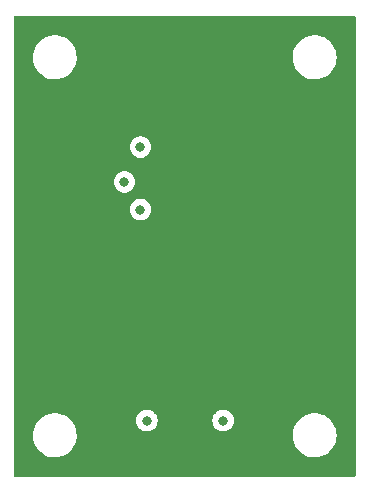
<source format=gbr>
%TF.GenerationSoftware,KiCad,Pcbnew,(6.0.0)*%
%TF.CreationDate,2022-01-16T13:33:15+00:00*%
%TF.ProjectId,Relay_RF,52656c61-795f-4524-962e-6b696361645f,rev?*%
%TF.SameCoordinates,Original*%
%TF.FileFunction,Copper,L2,Inr*%
%TF.FilePolarity,Positive*%
%FSLAX46Y46*%
G04 Gerber Fmt 4.6, Leading zero omitted, Abs format (unit mm)*
G04 Created by KiCad (PCBNEW (6.0.0)) date 2022-01-16 13:33:15*
%MOMM*%
%LPD*%
G01*
G04 APERTURE LIST*
%TA.AperFunction,ViaPad*%
%ADD10C,0.800000*%
%TD*%
G04 APERTURE END LIST*
D10*
%TO.N,GND*%
X123650000Y-117750000D03*
X127400000Y-109100000D03*
X119000000Y-126350000D03*
X101100000Y-124800000D03*
X116500000Y-118650000D03*
X124450000Y-112350000D03*
X120800000Y-122400000D03*
X124700000Y-125800000D03*
X116500000Y-120250000D03*
X104150000Y-124850000D03*
X113300000Y-128250000D03*
X113300000Y-131450000D03*
X116500000Y-123450000D03*
X107100000Y-119100000D03*
X116500000Y-129850000D03*
X128850000Y-131750000D03*
X116500000Y-125050000D03*
X104200000Y-115500000D03*
X106800000Y-123550000D03*
X128850000Y-122400000D03*
X127450000Y-131700000D03*
X123150000Y-113000000D03*
X106000000Y-121300000D03*
X113300000Y-123450000D03*
X116500000Y-121850000D03*
X113300000Y-129850000D03*
X108800000Y-120950000D03*
X122300000Y-129400000D03*
X122100000Y-113900000D03*
X123350000Y-119100000D03*
X104850000Y-118750000D03*
X114900000Y-123450000D03*
X104850000Y-117200000D03*
X114900000Y-121850000D03*
X123150000Y-128450000D03*
X113300000Y-125050000D03*
X127400000Y-118400000D03*
X116500000Y-126650000D03*
X114900000Y-118650000D03*
X121350000Y-115250000D03*
X125900000Y-122400000D03*
X116500000Y-131450000D03*
X114900000Y-120250000D03*
X113300000Y-121850000D03*
X114900000Y-125050000D03*
X102600000Y-124850000D03*
X122150000Y-126300000D03*
X124450000Y-110450000D03*
X114900000Y-131450000D03*
X107200000Y-124800000D03*
X102650000Y-115500000D03*
X124750000Y-124250000D03*
X128850000Y-109100000D03*
X124750000Y-129950000D03*
X109050000Y-122250000D03*
X121000000Y-127350000D03*
X125900000Y-131750000D03*
X128850000Y-118350000D03*
X123650000Y-116250000D03*
X106650000Y-122250000D03*
X125900000Y-109100000D03*
X108000000Y-125700000D03*
X123400000Y-125850000D03*
X113300000Y-126650000D03*
X127450000Y-122400000D03*
X109200000Y-126200000D03*
X108050000Y-119850000D03*
X114900000Y-129850000D03*
X124750000Y-128250000D03*
X101050000Y-115500000D03*
X118900000Y-107000000D03*
X113300000Y-120250000D03*
X121600000Y-121200000D03*
X114900000Y-126650000D03*
X121300000Y-116700000D03*
X113300000Y-118650000D03*
X120950000Y-130000000D03*
X116500000Y-128250000D03*
X109150000Y-123550000D03*
X119000000Y-123600000D03*
X104850000Y-121250000D03*
X114900000Y-128250000D03*
X122600000Y-120250000D03*
X121000000Y-118300000D03*
X106050000Y-118800000D03*
X124500000Y-115200000D03*
X104850000Y-122750000D03*
X125900000Y-118400000D03*
%TO.N,Net-(C1-Pad1)*%
X111250000Y-116900000D03*
X118250000Y-134750000D03*
X111250000Y-111600000D03*
%TO.N,Net-(D1-Pad1)*%
X111800000Y-134750000D03*
X109900000Y-114550000D03*
%TD*%
%TA.AperFunction,Conductor*%
%TO.N,GND*%
G36*
X129434121Y-100528002D02*
G01*
X129480614Y-100581658D01*
X129492000Y-100634000D01*
X129492000Y-139366000D01*
X129471998Y-139434121D01*
X129418342Y-139480614D01*
X129366000Y-139492000D01*
X100634000Y-139492000D01*
X100565879Y-139471998D01*
X100519386Y-139418342D01*
X100508000Y-139366000D01*
X100508000Y-136042277D01*
X102137009Y-136042277D01*
X102162625Y-136310769D01*
X102163710Y-136315203D01*
X102163711Y-136315209D01*
X102225645Y-136568312D01*
X102226731Y-136572750D01*
X102327985Y-136822733D01*
X102464265Y-137055482D01*
X102467118Y-137059049D01*
X102584686Y-137206060D01*
X102632716Y-137266119D01*
X102829809Y-137450234D01*
X103051416Y-137603968D01*
X103055499Y-137605999D01*
X103055502Y-137606001D01*
X103171013Y-137663466D01*
X103292894Y-137724101D01*
X103297228Y-137725522D01*
X103297231Y-137725523D01*
X103544853Y-137806698D01*
X103544859Y-137806699D01*
X103549186Y-137808118D01*
X103553677Y-137808898D01*
X103553678Y-137808898D01*
X103811140Y-137853601D01*
X103811148Y-137853602D01*
X103814921Y-137854257D01*
X103818758Y-137854448D01*
X103898578Y-137858422D01*
X103898586Y-137858422D01*
X103900149Y-137858500D01*
X104068512Y-137858500D01*
X104070780Y-137858335D01*
X104070792Y-137858335D01*
X104201884Y-137848823D01*
X104269004Y-137843953D01*
X104273459Y-137842969D01*
X104273462Y-137842969D01*
X104527912Y-137786791D01*
X104527916Y-137786790D01*
X104532372Y-137785806D01*
X104658480Y-137738028D01*
X104780318Y-137691868D01*
X104780321Y-137691867D01*
X104784588Y-137690250D01*
X105020368Y-137559286D01*
X105234773Y-137395657D01*
X105423312Y-137202792D01*
X105582034Y-136984730D01*
X105665190Y-136826676D01*
X105705490Y-136750079D01*
X105705493Y-136750073D01*
X105707615Y-136746039D01*
X105770378Y-136568312D01*
X105795902Y-136496033D01*
X105795902Y-136496032D01*
X105797425Y-136491720D01*
X105849581Y-136227100D01*
X105858782Y-136042277D01*
X124137009Y-136042277D01*
X124162625Y-136310769D01*
X124163710Y-136315203D01*
X124163711Y-136315209D01*
X124225645Y-136568312D01*
X124226731Y-136572750D01*
X124327985Y-136822733D01*
X124464265Y-137055482D01*
X124467118Y-137059049D01*
X124584686Y-137206060D01*
X124632716Y-137266119D01*
X124829809Y-137450234D01*
X125051416Y-137603968D01*
X125055499Y-137605999D01*
X125055502Y-137606001D01*
X125171013Y-137663466D01*
X125292894Y-137724101D01*
X125297228Y-137725522D01*
X125297231Y-137725523D01*
X125544853Y-137806698D01*
X125544859Y-137806699D01*
X125549186Y-137808118D01*
X125553677Y-137808898D01*
X125553678Y-137808898D01*
X125811140Y-137853601D01*
X125811148Y-137853602D01*
X125814921Y-137854257D01*
X125818758Y-137854448D01*
X125898578Y-137858422D01*
X125898586Y-137858422D01*
X125900149Y-137858500D01*
X126068512Y-137858500D01*
X126070780Y-137858335D01*
X126070792Y-137858335D01*
X126201884Y-137848823D01*
X126269004Y-137843953D01*
X126273459Y-137842969D01*
X126273462Y-137842969D01*
X126527912Y-137786791D01*
X126527916Y-137786790D01*
X126532372Y-137785806D01*
X126658480Y-137738028D01*
X126780318Y-137691868D01*
X126780321Y-137691867D01*
X126784588Y-137690250D01*
X127020368Y-137559286D01*
X127234773Y-137395657D01*
X127423312Y-137202792D01*
X127582034Y-136984730D01*
X127665190Y-136826676D01*
X127705490Y-136750079D01*
X127705493Y-136750073D01*
X127707615Y-136746039D01*
X127770378Y-136568312D01*
X127795902Y-136496033D01*
X127795902Y-136496032D01*
X127797425Y-136491720D01*
X127849581Y-136227100D01*
X127858782Y-136042277D01*
X127862764Y-135962292D01*
X127862764Y-135962286D01*
X127862991Y-135957723D01*
X127837375Y-135689231D01*
X127829856Y-135658500D01*
X127774355Y-135431688D01*
X127773269Y-135427250D01*
X127672015Y-135177267D01*
X127535735Y-134944518D01*
X127417928Y-134797208D01*
X127370136Y-134737447D01*
X127370135Y-134737445D01*
X127367284Y-134733881D01*
X127170191Y-134549766D01*
X126948584Y-134396032D01*
X126944501Y-134394001D01*
X126944498Y-134393999D01*
X126779606Y-134311967D01*
X126707106Y-134275899D01*
X126702772Y-134274478D01*
X126702769Y-134274477D01*
X126455147Y-134193302D01*
X126455141Y-134193301D01*
X126450814Y-134191882D01*
X126446322Y-134191102D01*
X126188860Y-134146399D01*
X126188852Y-134146398D01*
X126185079Y-134145743D01*
X126173817Y-134145182D01*
X126101422Y-134141578D01*
X126101414Y-134141578D01*
X126099851Y-134141500D01*
X125931488Y-134141500D01*
X125929220Y-134141665D01*
X125929208Y-134141665D01*
X125798116Y-134151177D01*
X125730996Y-134156047D01*
X125726541Y-134157031D01*
X125726538Y-134157031D01*
X125472088Y-134213209D01*
X125472084Y-134213210D01*
X125467628Y-134214194D01*
X125341520Y-134261972D01*
X125219682Y-134308132D01*
X125219679Y-134308133D01*
X125215412Y-134309750D01*
X124979632Y-134440714D01*
X124765227Y-134604343D01*
X124576688Y-134797208D01*
X124417966Y-135015270D01*
X124415844Y-135019304D01*
X124294510Y-135249921D01*
X124294507Y-135249927D01*
X124292385Y-135253961D01*
X124290865Y-135258266D01*
X124290863Y-135258270D01*
X124229248Y-135432749D01*
X124202575Y-135508280D01*
X124150419Y-135772900D01*
X124150192Y-135777453D01*
X124150192Y-135777456D01*
X124140991Y-135962292D01*
X124137009Y-136042277D01*
X105858782Y-136042277D01*
X105862764Y-135962292D01*
X105862764Y-135962286D01*
X105862991Y-135957723D01*
X105837375Y-135689231D01*
X105829856Y-135658500D01*
X105774355Y-135431688D01*
X105773269Y-135427250D01*
X105672015Y-135177267D01*
X105535735Y-134944518D01*
X105417928Y-134797208D01*
X105380175Y-134750000D01*
X110886496Y-134750000D01*
X110906458Y-134939928D01*
X110965473Y-135121556D01*
X111060960Y-135286944D01*
X111188747Y-135428866D01*
X111287843Y-135500864D01*
X111298051Y-135508280D01*
X111343248Y-135541118D01*
X111349276Y-135543802D01*
X111349278Y-135543803D01*
X111511681Y-135616109D01*
X111517712Y-135618794D01*
X111611112Y-135638647D01*
X111698056Y-135657128D01*
X111698061Y-135657128D01*
X111704513Y-135658500D01*
X111895487Y-135658500D01*
X111901939Y-135657128D01*
X111901944Y-135657128D01*
X111988888Y-135638647D01*
X112082288Y-135618794D01*
X112088319Y-135616109D01*
X112250722Y-135543803D01*
X112250724Y-135543802D01*
X112256752Y-135541118D01*
X112301950Y-135508280D01*
X112312157Y-135500864D01*
X112411253Y-135428866D01*
X112539040Y-135286944D01*
X112634527Y-135121556D01*
X112693542Y-134939928D01*
X112713504Y-134750000D01*
X117336496Y-134750000D01*
X117356458Y-134939928D01*
X117415473Y-135121556D01*
X117510960Y-135286944D01*
X117638747Y-135428866D01*
X117737843Y-135500864D01*
X117748051Y-135508280D01*
X117793248Y-135541118D01*
X117799276Y-135543802D01*
X117799278Y-135543803D01*
X117961681Y-135616109D01*
X117967712Y-135618794D01*
X118061112Y-135638647D01*
X118148056Y-135657128D01*
X118148061Y-135657128D01*
X118154513Y-135658500D01*
X118345487Y-135658500D01*
X118351939Y-135657128D01*
X118351944Y-135657128D01*
X118438888Y-135638647D01*
X118532288Y-135618794D01*
X118538319Y-135616109D01*
X118700722Y-135543803D01*
X118700724Y-135543802D01*
X118706752Y-135541118D01*
X118751950Y-135508280D01*
X118762157Y-135500864D01*
X118861253Y-135428866D01*
X118989040Y-135286944D01*
X119084527Y-135121556D01*
X119143542Y-134939928D01*
X119163504Y-134750000D01*
X119161482Y-134730760D01*
X119144232Y-134566635D01*
X119144232Y-134566633D01*
X119143542Y-134560072D01*
X119084527Y-134378444D01*
X118989040Y-134213056D01*
X118971254Y-134193302D01*
X118865675Y-134076045D01*
X118865674Y-134076044D01*
X118861253Y-134071134D01*
X118706752Y-133958882D01*
X118700724Y-133956198D01*
X118700722Y-133956197D01*
X118538319Y-133883891D01*
X118538318Y-133883891D01*
X118532288Y-133881206D01*
X118438888Y-133861353D01*
X118351944Y-133842872D01*
X118351939Y-133842872D01*
X118345487Y-133841500D01*
X118154513Y-133841500D01*
X118148061Y-133842872D01*
X118148056Y-133842872D01*
X118061112Y-133861353D01*
X117967712Y-133881206D01*
X117961682Y-133883891D01*
X117961681Y-133883891D01*
X117799278Y-133956197D01*
X117799276Y-133956198D01*
X117793248Y-133958882D01*
X117638747Y-134071134D01*
X117634326Y-134076044D01*
X117634325Y-134076045D01*
X117528747Y-134193302D01*
X117510960Y-134213056D01*
X117415473Y-134378444D01*
X117356458Y-134560072D01*
X117355768Y-134566633D01*
X117355768Y-134566635D01*
X117338518Y-134730760D01*
X117336496Y-134750000D01*
X112713504Y-134750000D01*
X112711482Y-134730760D01*
X112694232Y-134566635D01*
X112694232Y-134566633D01*
X112693542Y-134560072D01*
X112634527Y-134378444D01*
X112539040Y-134213056D01*
X112521254Y-134193302D01*
X112415675Y-134076045D01*
X112415674Y-134076044D01*
X112411253Y-134071134D01*
X112256752Y-133958882D01*
X112250724Y-133956198D01*
X112250722Y-133956197D01*
X112088319Y-133883891D01*
X112088318Y-133883891D01*
X112082288Y-133881206D01*
X111988888Y-133861353D01*
X111901944Y-133842872D01*
X111901939Y-133842872D01*
X111895487Y-133841500D01*
X111704513Y-133841500D01*
X111698061Y-133842872D01*
X111698056Y-133842872D01*
X111611112Y-133861353D01*
X111517712Y-133881206D01*
X111511682Y-133883891D01*
X111511681Y-133883891D01*
X111349278Y-133956197D01*
X111349276Y-133956198D01*
X111343248Y-133958882D01*
X111188747Y-134071134D01*
X111184326Y-134076044D01*
X111184325Y-134076045D01*
X111078747Y-134193302D01*
X111060960Y-134213056D01*
X110965473Y-134378444D01*
X110906458Y-134560072D01*
X110905768Y-134566633D01*
X110905768Y-134566635D01*
X110888518Y-134730760D01*
X110886496Y-134750000D01*
X105380175Y-134750000D01*
X105370136Y-134737447D01*
X105370135Y-134737445D01*
X105367284Y-134733881D01*
X105170191Y-134549766D01*
X104948584Y-134396032D01*
X104944501Y-134394001D01*
X104944498Y-134393999D01*
X104779606Y-134311967D01*
X104707106Y-134275899D01*
X104702772Y-134274478D01*
X104702769Y-134274477D01*
X104455147Y-134193302D01*
X104455141Y-134193301D01*
X104450814Y-134191882D01*
X104446322Y-134191102D01*
X104188860Y-134146399D01*
X104188852Y-134146398D01*
X104185079Y-134145743D01*
X104173817Y-134145182D01*
X104101422Y-134141578D01*
X104101414Y-134141578D01*
X104099851Y-134141500D01*
X103931488Y-134141500D01*
X103929220Y-134141665D01*
X103929208Y-134141665D01*
X103798116Y-134151177D01*
X103730996Y-134156047D01*
X103726541Y-134157031D01*
X103726538Y-134157031D01*
X103472088Y-134213209D01*
X103472084Y-134213210D01*
X103467628Y-134214194D01*
X103341520Y-134261972D01*
X103219682Y-134308132D01*
X103219679Y-134308133D01*
X103215412Y-134309750D01*
X102979632Y-134440714D01*
X102765227Y-134604343D01*
X102576688Y-134797208D01*
X102417966Y-135015270D01*
X102415844Y-135019304D01*
X102294510Y-135249921D01*
X102294507Y-135249927D01*
X102292385Y-135253961D01*
X102290865Y-135258266D01*
X102290863Y-135258270D01*
X102229248Y-135432749D01*
X102202575Y-135508280D01*
X102150419Y-135772900D01*
X102150192Y-135777453D01*
X102150192Y-135777456D01*
X102140991Y-135962292D01*
X102137009Y-136042277D01*
X100508000Y-136042277D01*
X100508000Y-116900000D01*
X110336496Y-116900000D01*
X110356458Y-117089928D01*
X110415473Y-117271556D01*
X110510960Y-117436944D01*
X110638747Y-117578866D01*
X110793248Y-117691118D01*
X110799276Y-117693802D01*
X110799278Y-117693803D01*
X110961681Y-117766109D01*
X110967712Y-117768794D01*
X111061112Y-117788647D01*
X111148056Y-117807128D01*
X111148061Y-117807128D01*
X111154513Y-117808500D01*
X111345487Y-117808500D01*
X111351939Y-117807128D01*
X111351944Y-117807128D01*
X111438888Y-117788647D01*
X111532288Y-117768794D01*
X111538319Y-117766109D01*
X111700722Y-117693803D01*
X111700724Y-117693802D01*
X111706752Y-117691118D01*
X111861253Y-117578866D01*
X111989040Y-117436944D01*
X112084527Y-117271556D01*
X112143542Y-117089928D01*
X112163504Y-116900000D01*
X112143542Y-116710072D01*
X112084527Y-116528444D01*
X111989040Y-116363056D01*
X111861253Y-116221134D01*
X111706752Y-116108882D01*
X111700724Y-116106198D01*
X111700722Y-116106197D01*
X111538319Y-116033891D01*
X111538318Y-116033891D01*
X111532288Y-116031206D01*
X111438887Y-116011353D01*
X111351944Y-115992872D01*
X111351939Y-115992872D01*
X111345487Y-115991500D01*
X111154513Y-115991500D01*
X111148061Y-115992872D01*
X111148056Y-115992872D01*
X111061113Y-116011353D01*
X110967712Y-116031206D01*
X110961682Y-116033891D01*
X110961681Y-116033891D01*
X110799278Y-116106197D01*
X110799276Y-116106198D01*
X110793248Y-116108882D01*
X110638747Y-116221134D01*
X110510960Y-116363056D01*
X110415473Y-116528444D01*
X110356458Y-116710072D01*
X110336496Y-116900000D01*
X100508000Y-116900000D01*
X100508000Y-114550000D01*
X108986496Y-114550000D01*
X109006458Y-114739928D01*
X109065473Y-114921556D01*
X109160960Y-115086944D01*
X109288747Y-115228866D01*
X109443248Y-115341118D01*
X109449276Y-115343802D01*
X109449278Y-115343803D01*
X109611681Y-115416109D01*
X109617712Y-115418794D01*
X109711112Y-115438647D01*
X109798056Y-115457128D01*
X109798061Y-115457128D01*
X109804513Y-115458500D01*
X109995487Y-115458500D01*
X110001939Y-115457128D01*
X110001944Y-115457128D01*
X110088888Y-115438647D01*
X110182288Y-115418794D01*
X110188319Y-115416109D01*
X110350722Y-115343803D01*
X110350724Y-115343802D01*
X110356752Y-115341118D01*
X110511253Y-115228866D01*
X110639040Y-115086944D01*
X110734527Y-114921556D01*
X110793542Y-114739928D01*
X110813504Y-114550000D01*
X110793542Y-114360072D01*
X110734527Y-114178444D01*
X110639040Y-114013056D01*
X110511253Y-113871134D01*
X110356752Y-113758882D01*
X110350724Y-113756198D01*
X110350722Y-113756197D01*
X110188319Y-113683891D01*
X110188318Y-113683891D01*
X110182288Y-113681206D01*
X110088887Y-113661353D01*
X110001944Y-113642872D01*
X110001939Y-113642872D01*
X109995487Y-113641500D01*
X109804513Y-113641500D01*
X109798061Y-113642872D01*
X109798056Y-113642872D01*
X109711113Y-113661353D01*
X109617712Y-113681206D01*
X109611682Y-113683891D01*
X109611681Y-113683891D01*
X109449278Y-113756197D01*
X109449276Y-113756198D01*
X109443248Y-113758882D01*
X109288747Y-113871134D01*
X109160960Y-114013056D01*
X109065473Y-114178444D01*
X109006458Y-114360072D01*
X108986496Y-114550000D01*
X100508000Y-114550000D01*
X100508000Y-111600000D01*
X110336496Y-111600000D01*
X110356458Y-111789928D01*
X110415473Y-111971556D01*
X110510960Y-112136944D01*
X110638747Y-112278866D01*
X110793248Y-112391118D01*
X110799276Y-112393802D01*
X110799278Y-112393803D01*
X110961681Y-112466109D01*
X110967712Y-112468794D01*
X111061113Y-112488647D01*
X111148056Y-112507128D01*
X111148061Y-112507128D01*
X111154513Y-112508500D01*
X111345487Y-112508500D01*
X111351939Y-112507128D01*
X111351944Y-112507128D01*
X111438887Y-112488647D01*
X111532288Y-112468794D01*
X111538319Y-112466109D01*
X111700722Y-112393803D01*
X111700724Y-112393802D01*
X111706752Y-112391118D01*
X111861253Y-112278866D01*
X111989040Y-112136944D01*
X112084527Y-111971556D01*
X112143542Y-111789928D01*
X112163504Y-111600000D01*
X112143542Y-111410072D01*
X112084527Y-111228444D01*
X111989040Y-111063056D01*
X111861253Y-110921134D01*
X111706752Y-110808882D01*
X111700724Y-110806198D01*
X111700722Y-110806197D01*
X111538319Y-110733891D01*
X111538318Y-110733891D01*
X111532288Y-110731206D01*
X111438888Y-110711353D01*
X111351944Y-110692872D01*
X111351939Y-110692872D01*
X111345487Y-110691500D01*
X111154513Y-110691500D01*
X111148061Y-110692872D01*
X111148056Y-110692872D01*
X111061112Y-110711353D01*
X110967712Y-110731206D01*
X110961682Y-110733891D01*
X110961681Y-110733891D01*
X110799278Y-110806197D01*
X110799276Y-110806198D01*
X110793248Y-110808882D01*
X110638747Y-110921134D01*
X110510960Y-111063056D01*
X110415473Y-111228444D01*
X110356458Y-111410072D01*
X110336496Y-111600000D01*
X100508000Y-111600000D01*
X100508000Y-104042277D01*
X102137009Y-104042277D01*
X102162625Y-104310769D01*
X102163710Y-104315203D01*
X102163711Y-104315209D01*
X102225645Y-104568312D01*
X102226731Y-104572750D01*
X102327985Y-104822733D01*
X102464265Y-105055482D01*
X102467118Y-105059049D01*
X102584686Y-105206060D01*
X102632716Y-105266119D01*
X102829809Y-105450234D01*
X103051416Y-105603968D01*
X103055499Y-105605999D01*
X103055502Y-105606001D01*
X103171013Y-105663466D01*
X103292894Y-105724101D01*
X103297228Y-105725522D01*
X103297231Y-105725523D01*
X103544853Y-105806698D01*
X103544859Y-105806699D01*
X103549186Y-105808118D01*
X103553677Y-105808898D01*
X103553678Y-105808898D01*
X103811140Y-105853601D01*
X103811148Y-105853602D01*
X103814921Y-105854257D01*
X103818758Y-105854448D01*
X103898578Y-105858422D01*
X103898586Y-105858422D01*
X103900149Y-105858500D01*
X104068512Y-105858500D01*
X104070780Y-105858335D01*
X104070792Y-105858335D01*
X104201884Y-105848823D01*
X104269004Y-105843953D01*
X104273459Y-105842969D01*
X104273462Y-105842969D01*
X104527912Y-105786791D01*
X104527916Y-105786790D01*
X104532372Y-105785806D01*
X104658480Y-105738028D01*
X104780318Y-105691868D01*
X104780321Y-105691867D01*
X104784588Y-105690250D01*
X105020368Y-105559286D01*
X105234773Y-105395657D01*
X105423312Y-105202792D01*
X105582034Y-104984730D01*
X105665190Y-104826676D01*
X105705490Y-104750079D01*
X105705493Y-104750073D01*
X105707615Y-104746039D01*
X105770378Y-104568312D01*
X105795902Y-104496033D01*
X105795902Y-104496032D01*
X105797425Y-104491720D01*
X105849581Y-104227100D01*
X105858782Y-104042277D01*
X124137009Y-104042277D01*
X124162625Y-104310769D01*
X124163710Y-104315203D01*
X124163711Y-104315209D01*
X124225645Y-104568312D01*
X124226731Y-104572750D01*
X124327985Y-104822733D01*
X124464265Y-105055482D01*
X124467118Y-105059049D01*
X124584686Y-105206060D01*
X124632716Y-105266119D01*
X124829809Y-105450234D01*
X125051416Y-105603968D01*
X125055499Y-105605999D01*
X125055502Y-105606001D01*
X125171013Y-105663466D01*
X125292894Y-105724101D01*
X125297228Y-105725522D01*
X125297231Y-105725523D01*
X125544853Y-105806698D01*
X125544859Y-105806699D01*
X125549186Y-105808118D01*
X125553677Y-105808898D01*
X125553678Y-105808898D01*
X125811140Y-105853601D01*
X125811148Y-105853602D01*
X125814921Y-105854257D01*
X125818758Y-105854448D01*
X125898578Y-105858422D01*
X125898586Y-105858422D01*
X125900149Y-105858500D01*
X126068512Y-105858500D01*
X126070780Y-105858335D01*
X126070792Y-105858335D01*
X126201884Y-105848823D01*
X126269004Y-105843953D01*
X126273459Y-105842969D01*
X126273462Y-105842969D01*
X126527912Y-105786791D01*
X126527916Y-105786790D01*
X126532372Y-105785806D01*
X126658480Y-105738028D01*
X126780318Y-105691868D01*
X126780321Y-105691867D01*
X126784588Y-105690250D01*
X127020368Y-105559286D01*
X127234773Y-105395657D01*
X127423312Y-105202792D01*
X127582034Y-104984730D01*
X127665190Y-104826676D01*
X127705490Y-104750079D01*
X127705493Y-104750073D01*
X127707615Y-104746039D01*
X127770378Y-104568312D01*
X127795902Y-104496033D01*
X127795902Y-104496032D01*
X127797425Y-104491720D01*
X127849581Y-104227100D01*
X127858782Y-104042277D01*
X127862764Y-103962292D01*
X127862764Y-103962286D01*
X127862991Y-103957723D01*
X127837375Y-103689231D01*
X127792042Y-103503967D01*
X127774355Y-103431688D01*
X127773269Y-103427250D01*
X127672015Y-103177267D01*
X127535735Y-102944518D01*
X127417928Y-102797208D01*
X127370136Y-102737447D01*
X127370135Y-102737445D01*
X127367284Y-102733881D01*
X127170191Y-102549766D01*
X126948584Y-102396032D01*
X126944501Y-102394001D01*
X126944498Y-102393999D01*
X126779606Y-102311967D01*
X126707106Y-102275899D01*
X126702772Y-102274478D01*
X126702769Y-102274477D01*
X126455147Y-102193302D01*
X126455141Y-102193301D01*
X126450814Y-102191882D01*
X126446322Y-102191102D01*
X126188860Y-102146399D01*
X126188852Y-102146398D01*
X126185079Y-102145743D01*
X126173817Y-102145182D01*
X126101422Y-102141578D01*
X126101414Y-102141578D01*
X126099851Y-102141500D01*
X125931488Y-102141500D01*
X125929220Y-102141665D01*
X125929208Y-102141665D01*
X125798116Y-102151177D01*
X125730996Y-102156047D01*
X125726541Y-102157031D01*
X125726538Y-102157031D01*
X125472088Y-102213209D01*
X125472084Y-102213210D01*
X125467628Y-102214194D01*
X125341520Y-102261972D01*
X125219682Y-102308132D01*
X125219679Y-102308133D01*
X125215412Y-102309750D01*
X124979632Y-102440714D01*
X124765227Y-102604343D01*
X124576688Y-102797208D01*
X124417966Y-103015270D01*
X124415844Y-103019304D01*
X124294510Y-103249921D01*
X124294507Y-103249927D01*
X124292385Y-103253961D01*
X124290865Y-103258266D01*
X124290863Y-103258270D01*
X124204098Y-103503967D01*
X124202575Y-103508280D01*
X124150419Y-103772900D01*
X124150192Y-103777453D01*
X124150192Y-103777456D01*
X124140991Y-103962292D01*
X124137009Y-104042277D01*
X105858782Y-104042277D01*
X105862764Y-103962292D01*
X105862764Y-103962286D01*
X105862991Y-103957723D01*
X105837375Y-103689231D01*
X105792042Y-103503967D01*
X105774355Y-103431688D01*
X105773269Y-103427250D01*
X105672015Y-103177267D01*
X105535735Y-102944518D01*
X105417928Y-102797208D01*
X105370136Y-102737447D01*
X105370135Y-102737445D01*
X105367284Y-102733881D01*
X105170191Y-102549766D01*
X104948584Y-102396032D01*
X104944501Y-102394001D01*
X104944498Y-102393999D01*
X104779606Y-102311967D01*
X104707106Y-102275899D01*
X104702772Y-102274478D01*
X104702769Y-102274477D01*
X104455147Y-102193302D01*
X104455141Y-102193301D01*
X104450814Y-102191882D01*
X104446322Y-102191102D01*
X104188860Y-102146399D01*
X104188852Y-102146398D01*
X104185079Y-102145743D01*
X104173817Y-102145182D01*
X104101422Y-102141578D01*
X104101414Y-102141578D01*
X104099851Y-102141500D01*
X103931488Y-102141500D01*
X103929220Y-102141665D01*
X103929208Y-102141665D01*
X103798116Y-102151177D01*
X103730996Y-102156047D01*
X103726541Y-102157031D01*
X103726538Y-102157031D01*
X103472088Y-102213209D01*
X103472084Y-102213210D01*
X103467628Y-102214194D01*
X103341520Y-102261972D01*
X103219682Y-102308132D01*
X103219679Y-102308133D01*
X103215412Y-102309750D01*
X102979632Y-102440714D01*
X102765227Y-102604343D01*
X102576688Y-102797208D01*
X102417966Y-103015270D01*
X102415844Y-103019304D01*
X102294510Y-103249921D01*
X102294507Y-103249927D01*
X102292385Y-103253961D01*
X102290865Y-103258266D01*
X102290863Y-103258270D01*
X102204098Y-103503967D01*
X102202575Y-103508280D01*
X102150419Y-103772900D01*
X102150192Y-103777453D01*
X102150192Y-103777456D01*
X102140991Y-103962292D01*
X102137009Y-104042277D01*
X100508000Y-104042277D01*
X100508000Y-100634000D01*
X100528002Y-100565879D01*
X100581658Y-100519386D01*
X100634000Y-100508000D01*
X129366000Y-100508000D01*
X129434121Y-100528002D01*
G37*
%TD.AperFunction*%
%TD*%
M02*

</source>
